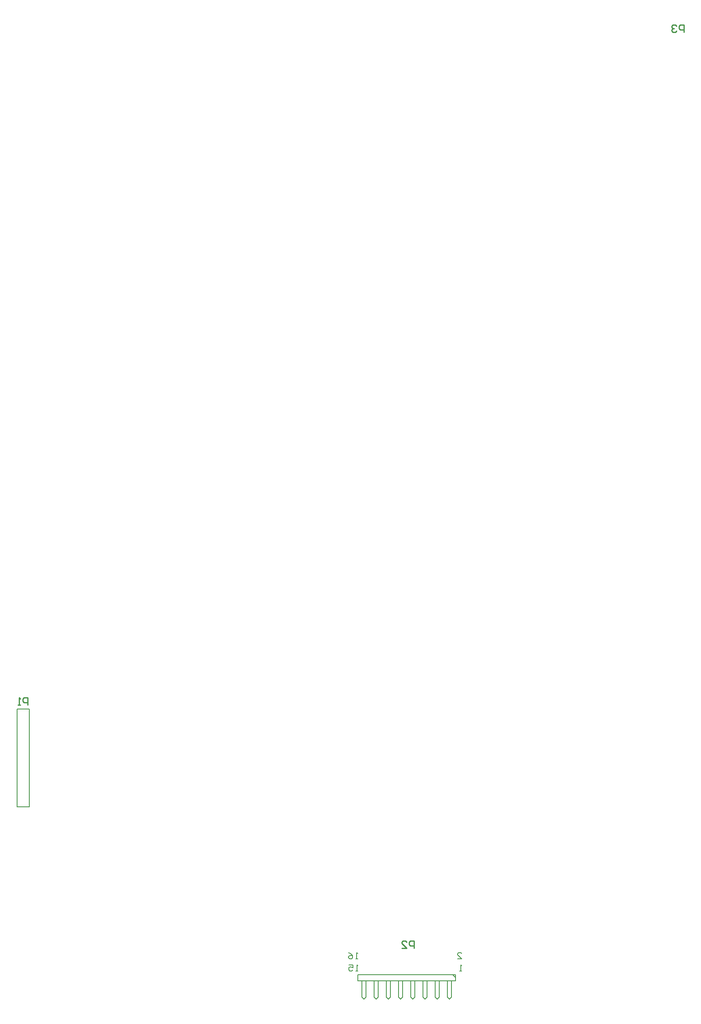
<source format=gbr>
%TF.GenerationSoftware,Altium Limited,Altium Designer,20.2.5 (213)*%
G04 Layer_Color=32896*
%FSLAX45Y45*%
%MOMM*%
%TF.SameCoordinates,662F433C-BD6F-4083-8A0F-E7C0AAC1164F*%
%TF.FilePolarity,Positive*%
%TF.FileFunction,Legend,Bot*%
%TF.Part,Single*%
G01*
G75*
%TA.AperFunction,NonConductor*%
%ADD30C,0.20000*%
%ADD31C,0.25400*%
%ADD32C,0.20320*%
D30*
X9543000Y1396000D02*
Y1523000D01*
X7511000Y1396000D02*
X9543000D01*
X7511000D02*
Y1523000D01*
X9479500D02*
X9543000Y1459500D01*
X9458332Y1057334D02*
Y1396000D01*
X9416000Y1015000D02*
X9458332Y1057334D01*
X9373666D02*
X9416000Y1015000D01*
X9373666Y1057334D02*
Y1396000D01*
X9204332Y1057334D02*
Y1396000D01*
X9162000Y1015000D02*
X9204332Y1057334D01*
X9119666D02*
X9162000Y1015000D01*
X9119666Y1057334D02*
Y1396000D01*
X8950332Y1057334D02*
Y1396000D01*
X8908000Y1015000D02*
X8950332Y1057334D01*
X8865666D02*
X8908000Y1015000D01*
X8865666Y1057334D02*
Y1396000D01*
X8696332Y1057334D02*
Y1396000D01*
X8654000Y1015000D02*
X8696332Y1057334D01*
X8611666D02*
X8654000Y1015000D01*
X8611666Y1057334D02*
Y1396000D01*
X8442334Y1057334D02*
Y1396000D01*
X8400000Y1015000D02*
X8442334Y1057334D01*
X8357668D02*
X8400000Y1015000D01*
X8357668Y1057334D02*
Y1396000D01*
X8188334Y1057334D02*
Y1396000D01*
X8146000Y1015000D02*
X8188334Y1057334D01*
X8103668D02*
X8146000Y1015000D01*
X8103668Y1057334D02*
Y1396000D01*
X7934334Y1057334D02*
Y1396000D01*
X7892000Y1015000D02*
X7934334Y1057334D01*
X7849668D02*
X7892000Y1015000D01*
X7849668Y1057334D02*
Y1396000D01*
X7680334Y1057334D02*
Y1396000D01*
X7638000Y1015000D02*
X7680334Y1057334D01*
X7595668D02*
X7638000Y1015000D01*
X7595668Y1057334D02*
Y1396000D01*
X7511000Y1523000D02*
X9543000D01*
X423000Y5007000D02*
X677000D01*
Y7039000D01*
X423000D02*
X677000D01*
X423000Y5007000D02*
Y7039000D01*
D31*
X8672959Y2073825D02*
Y2226175D01*
X8596783D01*
X8571392Y2200784D01*
Y2150000D01*
X8596783Y2124608D01*
X8672959D01*
X8419041Y2073825D02*
X8520608D01*
X8419041Y2175392D01*
Y2200784D01*
X8444433Y2226175D01*
X8495216D01*
X8520608Y2200784D01*
X14288120Y21106880D02*
Y21259232D01*
X14211945D01*
X14186552Y21233839D01*
Y21183055D01*
X14211945Y21157664D01*
X14288120D01*
X14135770Y21233839D02*
X14110378Y21259232D01*
X14059595D01*
X14034203Y21233839D01*
Y21208447D01*
X14059595Y21183055D01*
X14084985D01*
X14059595D01*
X14034203Y21157664D01*
Y21132272D01*
X14059595Y21106880D01*
X14110378D01*
X14135770Y21132272D01*
X642160Y7124420D02*
Y7276771D01*
X565985D01*
X540593Y7251379D01*
Y7200595D01*
X565985Y7175203D01*
X642160D01*
X489809Y7124420D02*
X439026D01*
X464417D01*
Y7276771D01*
X489809Y7251379D01*
D32*
X9585361Y1853200D02*
X9670000D01*
X9585361Y1937839D01*
Y1958999D01*
X9606521Y1980159D01*
X9648840D01*
X9670000Y1958999D01*
Y1599200D02*
X9627680D01*
X9648840D01*
Y1726159D01*
X9670000Y1704999D01*
X7509123Y1599200D02*
X7466803D01*
X7487963D01*
Y1726159D01*
X7509123Y1704999D01*
X7318684Y1726159D02*
X7403324D01*
Y1662679D01*
X7361004Y1683839D01*
X7339844D01*
X7318684Y1662679D01*
Y1620360D01*
X7339844Y1599200D01*
X7382164D01*
X7403324Y1620360D01*
X7506814Y1853200D02*
X7464494D01*
X7485654D01*
Y1980159D01*
X7506814Y1958999D01*
X7316376Y1980159D02*
X7358695Y1958999D01*
X7401015Y1916679D01*
Y1874360D01*
X7379855Y1853200D01*
X7337535D01*
X7316376Y1874360D01*
Y1895520D01*
X7337535Y1916679D01*
X7401015D01*
%TF.MD5,5091110e46e5b712d4f30e7b7cfdadc2*%
M02*

</source>
